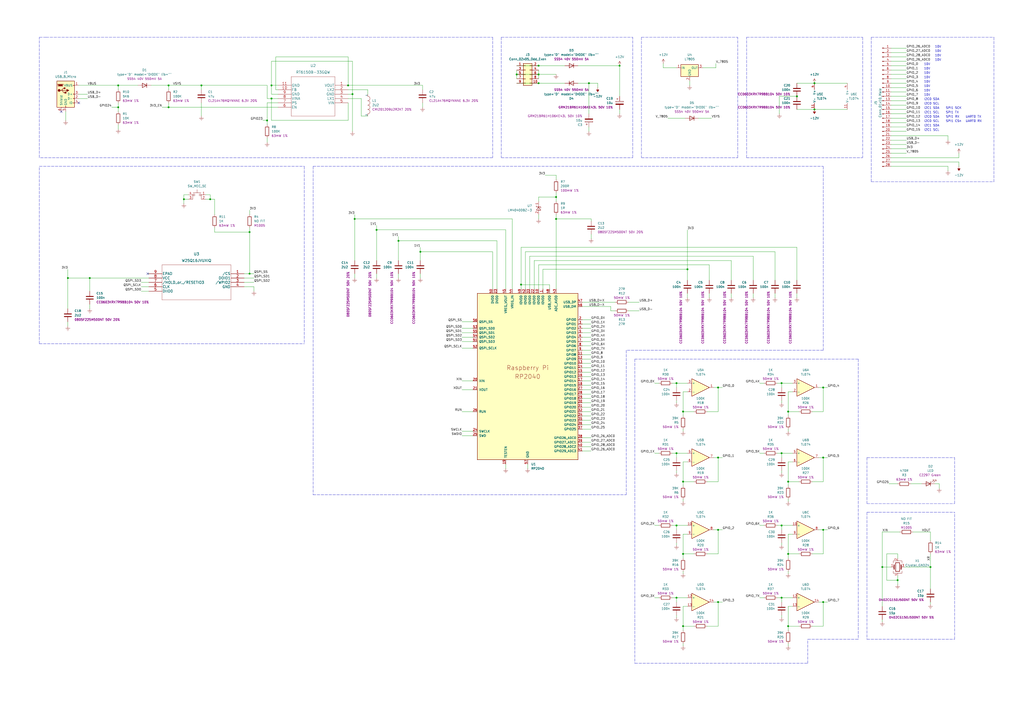
<source format=kicad_sch>
(kicad_sch (version 20211123) (generator eeschema)
  (paper "A2")
  (junction (at 302.26 165.1))
  (junction (at 97.79 49.53))
  (junction (at 144.78 158.75))
  (junction (at 52.07 161.29))
  (junction (at 477.52 265.43))
  (junction (at 201.93 49.53))
  (junction (at 416.56 224.79))
  (junction (at 68.58 62.23))
  (junction (at 539.75 328.93))
  (junction (at 416.56 265.43))
  (junction (at 453.39 304.8))
  (junction (at 121.92 115.57))
  (junction (at 472.44 48.26))
  (junction (at 299.72 43.18))
  (junction (at 205.74 127))
  (junction (at 396.24 321.31))
  (junction (at 396.24 363.22))
  (junction (at 204.47 54.61))
  (junction (at 453.39 346.71))
  (junction (at 39.37 161.29))
  (junction (at 457.2 363.22))
  (junction (at 396.24 238.76))
  (junction (at 243.84 146.05))
  (junction (at 322.58 114.3))
  (junction (at 477.52 307.34))
  (junction (at 398.78 156.21))
  (junction (at 312.42 43.18))
  (junction (at 472.44 63.5))
  (junction (at 520.7 336.55))
  (junction (at 341.63 48.26))
  (junction (at 97.79 62.23))
  (junction (at 477.52 349.25))
  (junction (at 457.2 238.76))
  (junction (at 396.24 279.4))
  (junction (at 231.14 139.7))
  (junction (at 392.43 304.8))
  (junction (at 154.94 69.85))
  (junction (at 392.43 222.25))
  (junction (at 416.56 349.25))
  (junction (at 312.42 48.26))
  (junction (at 116.84 49.53))
  (junction (at 322.58 127))
  (junction (at 157.48 49.53))
  (junction (at 157.48 57.15))
  (junction (at 453.39 222.25))
  (junction (at 392.43 346.71))
  (junction (at 144.78 134.62))
  (junction (at 511.81 328.93))
  (junction (at 416.56 307.34))
  (junction (at 453.39 262.89))
  (junction (at 68.58 49.53))
  (junction (at 457.2 279.4))
  (junction (at 106.68 115.57))
  (junction (at 477.52 224.79))
  (junction (at 359.41 38.1))
  (junction (at 462.28 55.88))
  (junction (at 312.42 38.1))
  (junction (at 392.43 262.89))
  (junction (at 218.44 133.35))
  (junction (at 457.2 321.31))
  (no_connect (at 35.56 64.77))
  (no_connect (at 85.725 158.75))
  (no_connect (at 45.72 59.69))
  (wire (pts (xy 205.74 127) (xy 297.18 127)))
  (wire (pts (xy 213.36 54.61) (xy 213.36 52.07)))
  (wire (pts (xy 337.82 220.98) (xy 342.9 220.98)))
  (polyline (pts (xy 22.86 199.39) (xy 176.53 199.39)))
  (wire (pts (xy 516.89 66.04) (xy 525.78 66.04)))
  (polyline (pts (xy 285.75 21.59) (xy 285.75 91.44)))
  (wire (pts (xy 106.68 113.03) (xy 106.68 115.57)))
  (wire (pts (xy 453.39 304.8) (xy 459.74 304.8)))
  (wire (pts (xy 396.24 238.76) (xy 396.24 241.3)))
  (wire (pts (xy 267.97 252.73) (xy 274.32 252.73)))
  (wire (pts (xy 147.32 166.37) (xy 141.605 166.37)))
  (wire (pts (xy 312.42 114.3) (xy 312.42 116.84)))
  (wire (pts (xy 392.43 222.25) (xy 389.89 222.25)))
  (wire (pts (xy 453.39 222.25) (xy 450.85 222.25)))
  (wire (pts (xy 453.39 307.34) (xy 453.39 304.8)))
  (polyline (pts (xy 372.11 91.44) (xy 427.99 91.44)))
  (wire (pts (xy 205.74 127) (xy 205.74 151.13)))
  (polyline (pts (xy 22.86 96.52) (xy 176.53 96.52)))
  (wire (pts (xy 267.97 238.76) (xy 274.32 238.76)))
  (wire (pts (xy 299.72 38.1) (xy 312.42 38.1)))
  (wire (pts (xy 267.97 193.04) (xy 274.32 193.04)))
  (wire (pts (xy 405.13 68.58) (xy 412.75 68.58)))
  (polyline (pts (xy 500.38 21.59) (xy 500.38 91.44)))
  (wire (pts (xy 302.26 143.51) (xy 302.26 165.1)))
  (wire (pts (xy 416.56 307.34) (xy 419.1 307.34)))
  (wire (pts (xy 314.96 167.64) (xy 314.96 156.21)))
  (polyline (pts (xy 181.61 287.02) (xy 363.22 287.02)))
  (wire (pts (xy 457.2 309.88) (xy 459.74 309.88)))
  (wire (pts (xy 52.07 161.29) (xy 86.36 161.29)))
  (wire (pts (xy 396.24 363.22) (xy 396.24 351.79)))
  (wire (pts (xy 477.52 349.25) (xy 480.06 349.25)))
  (wire (pts (xy 337.82 190.5) (xy 342.9 190.5)))
  (wire (pts (xy 402.59 363.22) (xy 396.24 363.22)))
  (wire (pts (xy 396.24 227.33) (xy 398.78 227.33)))
  (wire (pts (xy 121.92 115.57) (xy 119.38 115.57)))
  (wire (pts (xy 471.17 279.4) (xy 477.52 279.4)))
  (wire (pts (xy 346.71 50.8) (xy 346.71 48.26)))
  (wire (pts (xy 337.82 185.42) (xy 342.9 185.42)))
  (wire (pts (xy 267.97 201.93) (xy 274.32 201.93)))
  (wire (pts (xy 341.63 66.04) (xy 341.63 48.26)))
  (wire (pts (xy 309.88 151.13) (xy 309.88 167.64)))
  (wire (pts (xy 516.89 50.8) (xy 525.78 50.8)))
  (wire (pts (xy 218.44 133.35) (xy 293.37 133.35)))
  (wire (pts (xy 341.63 76.2) (xy 341.63 73.66)))
  (wire (pts (xy 477.52 321.31) (xy 477.52 307.34)))
  (polyline (pts (xy 468.63 370.84) (xy 497.84 370.84)))
  (wire (pts (xy 342.9 135.89) (xy 342.9 138.43)))
  (wire (pts (xy 516.89 81.28) (xy 525.78 81.28)))
  (wire (pts (xy 392.43 222.25) (xy 398.78 222.25)))
  (wire (pts (xy 161.29 54.61) (xy 157.48 54.61)))
  (wire (pts (xy 392.43 265.43) (xy 392.43 262.89)))
  (polyline (pts (xy 181.61 96.52) (xy 477.52 96.52)))
  (wire (pts (xy 516.89 30.48) (xy 525.78 30.48)))
  (wire (pts (xy 411.48 153.67) (xy 411.48 162.56)))
  (wire (pts (xy 471.17 321.31) (xy 477.52 321.31)))
  (wire (pts (xy 392.43 304.8) (xy 389.89 304.8)))
  (wire (pts (xy 337.82 238.76) (xy 342.9 238.76)))
  (wire (pts (xy 141.605 161.29) (xy 147.32 161.29)))
  (wire (pts (xy 141.605 163.83) (xy 147.32 163.83)))
  (polyline (pts (xy 22.86 21.59) (xy 26.67 21.59)))
  (polyline (pts (xy 372.11 21.59) (xy 372.11 91.44)))
  (wire (pts (xy 68.58 52.07) (xy 68.58 49.53)))
  (wire (pts (xy 231.14 139.7) (xy 231.14 151.13)))
  (wire (pts (xy 477.52 265.43) (xy 474.98 265.43)))
  (wire (pts (xy 392.43 273.05) (xy 392.43 274.32)))
  (wire (pts (xy 157.48 57.15) (xy 154.94 57.15)))
  (wire (pts (xy 312.42 153.67) (xy 411.48 153.67)))
  (wire (pts (xy 337.82 228.6) (xy 342.9 228.6)))
  (wire (pts (xy 68.58 59.69) (xy 68.58 62.23)))
  (wire (pts (xy 322.58 43.18) (xy 312.42 43.18)))
  (wire (pts (xy 154.94 69.85) (xy 154.94 59.69)))
  (wire (pts (xy 457.2 238.76) (xy 457.2 227.33)))
  (wire (pts (xy 121.92 113.03) (xy 121.92 115.57)))
  (wire (pts (xy 520.7 321.31) (xy 514.35 321.31)))
  (wire (pts (xy 68.58 62.23) (xy 68.58 64.77)))
  (wire (pts (xy 379.73 346.71) (xy 382.27 346.71)))
  (wire (pts (xy 322.58 114.3) (xy 322.58 116.84)))
  (wire (pts (xy 462.28 63.5) (xy 472.44 63.5)))
  (wire (pts (xy 516.89 88.9) (xy 525.78 88.9)))
  (wire (pts (xy 453.39 349.25) (xy 453.39 346.71)))
  (wire (pts (xy 520.7 323.85) (xy 520.7 321.31)))
  (wire (pts (xy 392.43 262.89) (xy 389.89 262.89)))
  (wire (pts (xy 160.02 33.02) (xy 160.02 52.07)))
  (wire (pts (xy 201.93 33.02) (xy 201.93 49.53)))
  (wire (pts (xy 231.14 161.29) (xy 231.14 158.75)))
  (wire (pts (xy 201.93 49.53) (xy 245.11 49.53)))
  (wire (pts (xy 416.56 307.34) (xy 414.02 307.34)))
  (wire (pts (xy 359.41 38.1) (xy 359.41 55.88)))
  (wire (pts (xy 392.43 304.8) (xy 398.78 304.8)))
  (wire (pts (xy 392.43 346.71) (xy 389.89 346.71)))
  (wire (pts (xy 516.89 93.98) (xy 556.26 93.98)))
  (wire (pts (xy 116.84 59.69) (xy 116.84 67.31)))
  (wire (pts (xy 392.43 224.79) (xy 392.43 222.25)))
  (wire (pts (xy 520.7 339.09) (xy 520.7 336.55)))
  (wire (pts (xy 410.21 321.31) (xy 416.56 321.31)))
  (wire (pts (xy 440.69 346.71) (xy 443.23 346.71)))
  (wire (pts (xy 457.2 351.79) (xy 459.74 351.79)))
  (wire (pts (xy 302.26 165.1) (xy 318.77 165.1)))
  (wire (pts (xy 511.81 360.68) (xy 511.81 359.41)))
  (wire (pts (xy 157.48 69.85) (xy 201.93 69.85)))
  (wire (pts (xy 453.39 224.79) (xy 453.39 222.25)))
  (wire (pts (xy 449.58 146.05) (xy 304.8 146.05)))
  (wire (pts (xy 549.91 99.06) (xy 549.91 96.52)))
  (wire (pts (xy 387.35 68.58) (xy 397.51 68.58)))
  (wire (pts (xy 201.93 54.61) (xy 204.47 54.61)))
  (wire (pts (xy 342.9 128.27) (xy 342.9 127)))
  (wire (pts (xy 364.49 180.34) (xy 370.84 180.34)))
  (polyline (pts (xy 368.3 384.81) (xy 468.63 384.81)))
  (wire (pts (xy 307.34 167.64) (xy 307.34 148.59)))
  (wire (pts (xy 463.55 279.4) (xy 457.2 279.4)))
  (wire (pts (xy 209.55 67.31) (xy 213.36 67.31)))
  (wire (pts (xy 516.89 43.18) (xy 525.78 43.18)))
  (wire (pts (xy 157.48 35.56) (xy 204.47 35.56)))
  (wire (pts (xy 424.18 151.13) (xy 309.88 151.13)))
  (polyline (pts (xy 502.92 297.18) (xy 502.92 370.84)))
  (wire (pts (xy 81.915 168.91) (xy 86.36 168.91)))
  (wire (pts (xy 516.89 60.96) (xy 525.78 60.96)))
  (wire (pts (xy 341.63 48.26) (xy 335.28 48.26)))
  (wire (pts (xy 307.34 148.59) (xy 436.88 148.59)))
  (wire (pts (xy 457.2 250.19) (xy 457.2 248.92)))
  (polyline (pts (xy 368.3 208.28) (xy 368.3 384.81)))
  (polyline (pts (xy 477.52 96.52) (xy 477.52 203.2)))
  (wire (pts (xy 516.89 328.93) (xy 511.81 328.93)))
  (wire (pts (xy 392.43 233.68) (xy 392.43 232.41)))
  (wire (pts (xy 147.32 168.91) (xy 147.32 166.37)))
  (wire (pts (xy 337.82 233.68) (xy 342.9 233.68)))
  (wire (pts (xy 267.97 220.98) (xy 274.32 220.98)))
  (wire (pts (xy 440.69 222.25) (xy 443.23 222.25)))
  (wire (pts (xy 516.89 53.34) (xy 525.78 53.34)))
  (wire (pts (xy 45.72 49.53) (xy 68.58 49.53)))
  (wire (pts (xy 218.44 133.35) (xy 218.44 151.13)))
  (wire (pts (xy 337.82 246.38) (xy 342.9 246.38)))
  (wire (pts (xy 396.24 238.76) (xy 396.24 227.33)))
  (wire (pts (xy 285.75 146.05) (xy 243.84 146.05)))
  (wire (pts (xy 463.55 321.31) (xy 457.2 321.31)))
  (wire (pts (xy 205.74 158.75) (xy 205.74 161.29)))
  (wire (pts (xy 516.89 76.2) (xy 525.78 76.2)))
  (wire (pts (xy 477.52 349.25) (xy 474.98 349.25)))
  (wire (pts (xy 457.2 363.22) (xy 457.2 365.76)))
  (wire (pts (xy 354.33 177.8) (xy 354.33 180.34)))
  (wire (pts (xy 299.72 43.18) (xy 312.42 43.18)))
  (wire (pts (xy 457.2 238.76) (xy 457.2 241.3)))
  (wire (pts (xy 154.94 49.53) (xy 154.94 57.15)))
  (wire (pts (xy 544.83 280.67) (xy 542.29 280.67)))
  (wire (pts (xy 93.98 62.23) (xy 97.79 62.23)))
  (wire (pts (xy 231.14 139.7) (xy 288.29 139.7)))
  (polyline (pts (xy 497.84 208.28) (xy 368.3 208.28)))
  (polyline (pts (xy 427.99 91.44) (xy 427.99 21.59)))
  (wire (pts (xy 337.82 226.06) (xy 342.9 226.06)))
  (wire (pts (xy 337.82 203.2) (xy 342.9 203.2)))
  (wire (pts (xy 453.39 346.71) (xy 459.74 346.71)))
  (polyline (pts (xy 176.53 96.52) (xy 176.53 199.39)))
  (wire (pts (xy 516.89 55.88) (xy 525.78 55.88)))
  (wire (pts (xy 477.52 224.79) (xy 480.06 224.79)))
  (wire (pts (xy 453.39 273.05) (xy 453.39 274.32)))
  (polyline (pts (xy 468.63 384.81) (xy 468.63 370.84)))
  (wire (pts (xy 97.79 62.23) (xy 97.79 59.69)))
  (wire (pts (xy 463.55 238.76) (xy 457.2 238.76)))
  (wire (pts (xy 463.55 363.22) (xy 457.2 363.22)))
  (polyline (pts (xy 22.86 91.44) (xy 22.86 21.59)))
  (wire (pts (xy 379.73 222.25) (xy 382.27 222.25)))
  (polyline (pts (xy 433.07 91.44) (xy 500.38 91.44)))
  (wire (pts (xy 68.58 49.53) (xy 80.01 49.53)))
  (wire (pts (xy 511.81 308.61) (xy 521.97 308.61)))
  (wire (pts (xy 81.915 166.37) (xy 86.36 166.37)))
  (wire (pts (xy 39.37 186.69) (xy 39.37 189.23)))
  (wire (pts (xy 124.46 134.62) (xy 124.46 132.08)))
  (wire (pts (xy 556.26 88.9) (xy 556.26 91.44)))
  (wire (pts (xy 39.37 161.29) (xy 52.07 161.29)))
  (wire (pts (xy 68.58 62.23) (xy 64.77 62.23)))
  (polyline (pts (xy 22.86 199.39) (xy 22.86 96.52)))
  (wire (pts (xy 453.39 262.89) (xy 450.85 262.89)))
  (wire (pts (xy 144.78 134.62) (xy 124.46 134.62)))
  (wire (pts (xy 154.94 59.69) (xy 161.29 59.69)))
  (wire (pts (xy 154.94 80.01) (xy 154.94 82.55)))
  (wire (pts (xy 457.2 374.65) (xy 457.2 373.38)))
  (polyline (pts (xy 502.92 297.18) (xy 553.72 297.18)))
  (wire (pts (xy 144.78 134.62) (xy 144.78 158.75)))
  (wire (pts (xy 462.28 172.72) (xy 462.28 170.18)))
  (wire (pts (xy 354.33 180.34) (xy 356.87 180.34)))
  (wire (pts (xy 337.82 213.36) (xy 342.9 213.36)))
  (wire (pts (xy 544.83 283.21) (xy 544.83 280.67)))
  (wire (pts (xy 424.18 162.56) (xy 424.18 151.13)))
  (wire (pts (xy 416.56 238.76) (xy 416.56 224.79)))
  (wire (pts (xy 243.84 143.51) (xy 243.84 146.05)))
  (polyline (pts (xy 505.46 21.59) (xy 576.58 21.59)))
  (wire (pts (xy 477.52 279.4) (xy 477.52 265.43)))
  (wire (pts (xy 312.42 167.64) (xy 312.42 153.67)))
  (polyline (pts (xy 505.46 105.41) (xy 576.58 105.41)))
  (wire (pts (xy 218.44 130.81) (xy 218.44 133.35)))
  (wire (pts (xy 516.89 48.26) (xy 525.78 48.26)))
  (wire (pts (xy 440.69 262.89) (xy 443.23 262.89)))
  (wire (pts (xy 453.39 314.96) (xy 453.39 316.23)))
  (wire (pts (xy 472.44 48.26) (xy 491.49 48.26)))
  (wire (pts (xy 416.56 349.25) (xy 419.1 349.25)))
  (wire (pts (xy 116.84 49.53) (xy 116.84 52.07)))
  (wire (pts (xy 384.81 39.37) (xy 392.43 39.37)))
  (wire (pts (xy 157.48 49.53) (xy 161.29 49.53)))
  (wire (pts (xy 213.36 52.07) (xy 201.93 52.07)))
  (wire (pts (xy 337.82 261.62) (xy 342.9 261.62)))
  (wire (pts (xy 452.12 66.04) (xy 452.12 55.88)))
  (wire (pts (xy 392.43 356.87) (xy 392.43 358.14)))
  (wire (pts (xy 556.26 96.52) (xy 556.26 93.98)))
  (wire (pts (xy 154.94 69.85) (xy 154.94 72.39)))
  (wire (pts (xy 457.2 267.97) (xy 459.74 267.97)))
  (wire (pts (xy 379.73 304.8) (xy 382.27 304.8)))
  (wire (pts (xy 392.43 307.34) (xy 392.43 304.8)))
  (wire (pts (xy 337.82 215.9) (xy 342.9 215.9)))
  (wire (pts (xy 337.82 236.22) (xy 342.9 236.22)))
  (wire (pts (xy 144.78 121.92) (xy 144.78 124.46)))
  (wire (pts (xy 398.78 172.72) (xy 398.78 170.18)))
  (polyline (pts (xy 502.92 370.84) (xy 553.72 370.84)))
  (wire (pts (xy 440.69 304.8) (xy 443.23 304.8)))
  (wire (pts (xy 516.89 68.58) (xy 525.78 68.58)))
  (wire (pts (xy 396.24 290.83) (xy 396.24 289.56)))
  (wire (pts (xy 45.72 57.15) (xy 50.8 57.15)))
  (wire (pts (xy 396.24 363.22) (xy 396.24 365.76)))
  (wire (pts (xy 314.96 156.21) (xy 398.78 156.21)))
  (wire (pts (xy 337.82 195.58) (xy 342.9 195.58)))
  (wire (pts (xy 410.21 279.4) (xy 416.56 279.4)))
  (wire (pts (xy 516.89 63.5) (xy 525.78 63.5)))
  (wire (pts (xy 539.75 350.52) (xy 539.75 349.25)))
  (wire (pts (xy 457.2 363.22) (xy 457.2 351.79)))
  (wire (pts (xy 337.82 243.84) (xy 342.9 243.84)))
  (wire (pts (xy 124.46 115.57) (xy 121.92 115.57)))
  (polyline (pts (xy 497.84 208.28) (xy 497.84 370.84)))
  (wire (pts (xy 402.59 321.31) (xy 396.24 321.31)))
  (wire (pts (xy 416.56 349.25) (xy 414.02 349.25)))
  (wire (pts (xy 68.58 72.39) (xy 68.58 74.93)))
  (wire (pts (xy 416.56 279.4) (xy 416.56 265.43)))
  (wire (pts (xy 539.75 328.93) (xy 539.75 321.31)))
  (wire (pts (xy 520.7 334.01) (xy 520.7 336.55)))
  (wire (pts (xy 337.82 241.3) (xy 342.9 241.3)))
  (wire (pts (xy 524.51 328.93) (xy 539.75 328.93)))
  (wire (pts (xy 106.68 115.57) (xy 109.22 115.57)))
  (polyline (pts (xy 290.83 21.59) (xy 290.83 91.44)))
  (wire (pts (xy 516.89 73.66) (xy 525.78 73.66)))
  (wire (pts (xy 416.56 265.43) (xy 419.1 265.43)))
  (wire (pts (xy 38.1 64.77) (xy 38.1 69.85)))
  (polyline (pts (xy 290.83 21.59) (xy 367.03 21.59)))
  (wire (pts (xy 337.82 193.04) (xy 342.9 193.04)))
  (wire (pts (xy 119.38 113.03) (xy 121.92 113.03)))
  (wire (pts (xy 288.29 139.7) (xy 288.29 167.64)))
  (polyline (pts (xy 553.72 292.1) (xy 553.72 265.43)))
  (polyline (pts (xy 181.61 96.52) (xy 181.61 287.02)))
  (wire (pts (xy 453.39 356.87) (xy 453.39 358.14)))
  (wire (pts (xy 144.78 132.08) (xy 144.78 134.62)))
  (wire (pts (xy 312.42 124.46) (xy 312.42 127)))
  (wire (pts (xy 312.42 38.1) (xy 327.66 38.1)))
  (wire (pts (xy 539.75 313.69) (xy 539.75 308.61)))
  (wire (pts (xy 39.37 156.21) (xy 39.37 161.29)))
  (wire (pts (xy 312.42 40.64) (xy 312.42 43.18)))
  (wire (pts (xy 337.82 205.74) (xy 342.9 205.74)))
  (wire (pts (xy 312.42 43.18) (xy 312.42 45.72)))
  (wire (pts (xy 384.81 36.83) (xy 384.81 39.37)))
  (wire (pts (xy 516.89 40.64) (xy 525.78 40.64)))
  (wire (pts (xy 337.82 187.96) (xy 342.9 187.96)))
  (wire (pts (xy 516.89 33.02) (xy 525.78 33.02)))
  (wire (pts (xy 477.52 363.22) (xy 477.52 349.25)))
  (wire (pts (xy 392.43 314.96) (xy 392.43 316.23)))
  (wire (pts (xy 160.02 33.02) (xy 201.93 33.02)))
  (wire (pts (xy 410.21 238.76) (xy 416.56 238.76)))
  (polyline (pts (xy 26.67 21.59) (xy 285.75 21.59)))
  (wire (pts (xy 337.82 177.8) (xy 354.33 177.8)))
  (wire (pts (xy 457.2 332.74) (xy 457.2 331.47)))
  (polyline (pts (xy 433.07 91.44) (xy 433.07 21.59)))
  (wire (pts (xy 205.74 124.46) (xy 205.74 127)))
  (wire (pts (xy 462.28 48.26) (xy 472.44 48.26)))
  (wire (pts (xy 267.97 190.5) (xy 274.32 190.5)))
  (wire (pts (xy 322.58 101.6) (xy 322.58 104.14)))
  (wire (pts (xy 312.42 48.26) (xy 327.66 48.26)))
  (polyline (pts (xy 363.22 203.2) (xy 363.22 287.02)))
  (wire (pts (xy 477.52 238.76) (xy 477.52 224.79)))
  (wire (pts (xy 267.97 186.69) (xy 274.32 186.69)))
  (wire (pts (xy 539.75 308.61) (xy 529.59 308.61)))
  (wire (pts (xy 516.89 71.12) (xy 525.78 71.12)))
  (polyline (pts (xy 576.58 21.59) (xy 576.58 105.41)))
  (wire (pts (xy 457.2 290.83) (xy 457.2 289.56)))
  (wire (pts (xy 436.88 148.59) (xy 436.88 162.56)))
  (wire (pts (xy 299.72 40.64) (xy 299.72 43.18)))
  (polyline (pts (xy 502.92 292.1) (xy 553.72 292.1)))
  (wire (pts (xy 415.29 36.83) (xy 415.29 39.37)))
  (wire (pts (xy 318.77 165.1) (xy 318.77 167.64)))
  (wire (pts (xy 144.78 158.75) (xy 147.32 158.75)))
  (wire (pts (xy 201.93 69.85) (xy 201.93 59.69)))
  (wire (pts (xy 449.58 162.56) (xy 449.58 146.05)))
  (wire (pts (xy 398.78 133.35) (xy 398.78 156.21)))
  (wire (pts (xy 477.52 224.79) (xy 474.98 224.79)))
  (wire (pts (xy 471.17 238.76) (xy 477.52 238.76)))
  (polyline (pts (xy 290.83 91.44) (xy 367.03 91.44)))
  (wire (pts (xy 52.07 161.29) (xy 52.07 168.91)))
  (wire (pts (xy 302.26 167.64) (xy 302.26 165.1)))
  (polyline (pts (xy 433.07 21.59) (xy 500.38 21.59)))
  (wire (pts (xy 342.9 127) (xy 322.58 127)))
  (polyline (pts (xy 505.46 105.41) (xy 505.46 21.59)))
  (wire (pts (xy 85.725 158.75) (xy 86.36 158.75)))
  (wire (pts (xy 549.91 96.52) (xy 516.89 96.52)))
  (wire (pts (xy 359.41 66.04) (xy 359.41 63.5)))
  (wire (pts (xy 231.14 137.16) (xy 231.14 139.7)))
  (wire (pts (xy 396.24 267.97) (xy 398.78 267.97)))
  (wire (pts (xy 396.24 321.31) (xy 396.24 323.85)))
  (wire (pts (xy 511.81 328.93) (xy 511.81 351.79)))
  (wire (pts (xy 396.24 309.88) (xy 398.78 309.88)))
  (wire (pts (xy 516.89 35.56) (xy 525.78 35.56)))
  (wire (pts (xy 337.82 256.54) (xy 342.9 256.54)))
  (wire (pts (xy 453.39 346.71) (xy 450.85 346.71)))
  (wire (pts (xy 106.68 118.11) (xy 106.68 115.57)))
  (wire (pts (xy 516.89 83.82) (xy 525.78 83.82)))
  (polyline (pts (xy 372.11 21.59) (xy 427.99 21.59)))
  (wire (pts (xy 457.2 279.4) (xy 457.2 267.97)))
  (wire (pts (xy 402.59 279.4) (xy 396.24 279.4)))
  (wire (pts (xy 81.915 163.83) (xy 86.36 163.83)))
  (wire (pts (xy 453.39 222.25) (xy 459.74 222.25)))
  (wire (pts (xy 457.2 321.31) (xy 457.2 309.88)))
  (wire (pts (xy 516.89 45.72) (xy 525.78 45.72)))
  (wire (pts (xy 471.17 363.22) (xy 477.52 363.22)))
  (wire (pts (xy 416.56 224.79) (xy 419.1 224.79)))
  (wire (pts (xy 396.24 279.4) (xy 396.24 267.97)))
  (wire (pts (xy 549.91 81.28) (xy 549.91 78.74)))
  (wire (pts (xy 285.75 167.64) (xy 285.75 146.05)))
  (wire (pts (xy 209.55 57.15) (xy 209.55 67.31)))
  (wire (pts (xy 141.605 158.75) (xy 144.78 158.75)))
  (wire (pts (xy 392.43 262.89) (xy 398.78 262.89)))
  (wire (pts (xy 436.88 172.72) (xy 436.88 170.18)))
  (wire (pts (xy 511.81 328.93) (xy 511.81 308.61)))
  (wire (pts (xy 415.29 39.37) (xy 407.67 39.37)))
  (wire (pts (xy 160.02 52.07) (xy 161.29 52.07)))
  (wire (pts (xy 462.28 162.56) (xy 462.28 143.51)))
  (wire (pts (xy 243.84 161.29) (xy 243.84 158.75)))
  (wire (pts (xy 449.58 172.72) (xy 449.58 170.18)))
  (wire (pts (xy 477.52 307.34) (xy 480.06 307.34)))
  (wire (pts (xy 201.93 57.15) (xy 209.55 57.15)))
  (wire (pts (xy 267.97 198.12) (xy 274.32 198.12)))
  (polyline (pts (xy 502.92 265.43) (xy 502.92 292.1)))
  (wire (pts (xy 337.82 231.14) (xy 342.9 231.14)))
  (wire (pts (xy 337.82 175.26) (xy 356.87 175.26)))
  (wire (pts (xy 267.97 195.58) (xy 274.32 195.58)))
  (polyline (pts (xy 367.03 91.44) (xy 367.03 21.59)))
  (wire (pts (xy 299.72 48.26) (xy 312.42 48.26)))
  (wire (pts (xy 472.44 63.5) (xy 491.49 63.5)))
  (wire (pts (xy 161.29 57.15) (xy 157.48 57.15)))
  (wire (pts (xy 514.35 321.31) (xy 514.35 336.55)))
  (wire (pts (xy 109.22 113.03) (xy 106.68 113.03)))
  (wire (pts (xy 299.72 43.18) (xy 299.72 45.72)))
  (wire (pts (xy 364.49 175.26) (xy 370.84 175.26)))
  (wire (pts (xy 267.97 226.06) (xy 274.32 226.06)))
  (polyline (pts (xy 477.52 203.2) (xy 363.22 203.2)))
  (wire (pts (xy 152.4 69.85) (xy 154.94 69.85)))
  (wire (pts (xy 337.82 223.52) (xy 342.9 223.52)))
  (wire (pts (xy 337.82 259.08) (xy 342.9 259.08)))
  (wire (pts (xy 396.24 351.79) (xy 398.78 351.79)))
  (wire (pts (xy 97.79 52.07) (xy 97.79 49.53)))
  (wire (pts (xy 457.2 227.33) (xy 459.74 227.33)))
  (wire (pts (xy 453.39 232.41) (xy 453.39 233.68)))
  (wire (pts (xy 97.79 62.23) (xy 161.29 62.23)))
  (wire (pts (xy 116.84 49.53) (xy 154.94 49.53)))
  (wire (pts (xy 457.2 279.4) (xy 457.2 281.94)))
  (wire (pts (xy 462.28 143.51) (xy 302.26 143.51)))
  (polyline (pts (xy 502.92 265.43) (xy 553.72 265.43)))
  (wire (pts (xy 514.35 336.55) (xy 520.7 336.55)))
  (wire (pts (xy 304.8 146.05) (xy 304.8 167.64)))
  (wire (pts (xy 45.72 54.61) (xy 50.8 54.61)))
  (wire (pts (xy 400.05 46.99) (xy 400.05 49.53)))
  (wire (pts (xy 39.37 179.07) (xy 39.37 161.29)))
  (wire (pts (xy 337.82 198.12) (xy 342.9 198.12)))
  (wire (pts (xy 516.89 91.44) (xy 556.26 91.44)))
  (wire (pts (xy 335.28 38.1) (xy 359.41 38.1)))
  (polyline (pts (xy 285.75 91.44) (xy 22.86 91.44)))
  (wire (pts (xy 396.24 332.74) (xy 396.24 331.47)))
  (wire (pts (xy 204.47 54.61) (xy 204.47 76.2)))
  (wire (pts (xy 516.89 86.36) (xy 525.78 86.36)))
  (wire (pts (xy 97.79 49.53) (xy 116.84 49.53)))
  (polyline (pts (xy 553.72 370.84) (xy 553.72 297.18)))
  (wire (pts (xy 337.82 218.44) (xy 342.9 218.44)))
  (wire (pts (xy 392.43 346.71) (xy 398.78 346.71)))
  (wire (pts (xy 396.24 250.19) (xy 396.24 248.92)))
  (wire (pts (xy 416.56 363.22) (xy 416.56 349.25)))
  (wire (pts (xy 52.07 176.53) (xy 52.07 179.07)))
  (wire (pts (xy 411.48 172.72) (xy 411.48 170.18)))
  (wire (pts (xy 453.39 262.89) (xy 459.74 262.89)))
  (wire (pts (xy 346.71 48.26) (xy 341.63 48.26)))
  (wire (pts (xy 267.97 250.19) (xy 274.32 250.19)))
  (wire (pts (xy 477.52 265.43) (xy 480.06 265.43)))
  (wire (pts (xy 416.56 321.31) (xy 416.56 307.34)))
  (wire (pts (xy 306.07 271.78) (xy 306.07 269.24)))
  (wire (pts (xy 477.52 307.34) (xy 474.98 307.34)))
  (wire (pts (xy 396.24 279.4) (xy 396.24 281.94)))
  (wire (pts (xy 297.18 127) (xy 297.18 167.64)))
  (wire (pts (xy 416.56 224.79) (xy 414.02 224.79)))
  (wire (pts (xy 457.2 321.31) (xy 457.2 323.85)))
  (wire (pts (xy 322.58 124.46) (xy 322.58 127)))
  (wire (pts (xy 453.39 265.43) (xy 453.39 262.89)))
  (wire (pts (xy 410.21 363.22) (xy 416.56 363.22)))
  (wire (pts (xy 396.24 321.31) (xy 396.24 309.88)))
  (wire (pts (xy 515.62 280.67) (xy 520.7 280.67)))
  (wire (pts (xy 243.84 146.05) (xy 243.84 151.13)))
  (wire (pts (xy 322.58 127) (xy 322.58 167.64)))
  (wire (pts (xy 337.82 254) (xy 342.9 254)))
  (wire (pts (xy 402.59 238.76) (xy 396.24 238.76)))
  (wire (pts (xy 245.11 49.53) (xy 245.11 52.07)))
  (wire (pts (xy 218.44 158.75) (xy 218.44 161.29)))
  (wire (pts (xy 322.58 111.76) (xy 322.58 114.3)))
  (wire (pts (xy 337.82 210.82) (xy 342.9 210.82)))
  (wire (pts (xy 516.89 58.42) (xy 525.78 58.42)))
  (wire (pts (xy 416.56 265.43) (xy 414.02 265.43)))
  (wire (pts (xy 293.37 133.35) (xy 293.37 167.64)))
  (wire (pts (xy 516.89 27.94) (xy 525.78 27.94)))
  (wire (pts (xy 396.24 374.65) (xy 396.24 373.38)))
  (wire (pts (xy 528.32 280.67) (xy 534.67 280.67)))
  (wire (pts (xy 124.46 124.46) (xy 124.46 115.57)))
  (wire (pts (xy 398.78 156.21) (xy 398.78 162.56)))
  (wire (pts (xy 337.82 200.66) (xy 342.9 200.66)))
  (wire (pts (xy 392.43 349.25) (xy 392.43 346.71)))
  (wire (pts (xy 97.79 49.53) (xy 87.63 49.53)))
  (wire (pts (xy 204.47 35.56) (xy 204.47 54.61)))
  (wire (pts (xy 516.89 38.1) (xy 525.78 38.1)))
  (wire (pts (xy 453.39 304.8) (xy 450.85 304.8)))
  (wire (pts (xy 245.11 59.69) (xy 245.11 62.23)))
  (wire (pts (xy 293.37 271.78) (xy 293.37 269.24)))
  (wire (pts (xy 379.73 262.89) (xy 382.27 262.89)))
  (wire (pts (xy 316.23 101.6) (xy 322.58 101.6)))
  (wire (pts (xy 312.42 114.3) (xy 322.58 114.3)))
  (wire (pts (xy 424.18 172.72) (xy 424.18 170.18)))
  (wire (pts (xy 452.12 55.88) (xy 462.28 55.88)))
  (wire (pts (xy 157.48 49.53) (xy 157.48 54.61)))
  (wire (pts (xy 157.48 35.56) (xy 157.48 49.53)))
  (wire (pts (xy 539.75 341.63) (xy 539.75 328.93)))
  (wire (pts (xy 337.82 248.92) (xy 342.9 248.92)))
  (wire (pts (xy 337.82 208.28) (xy 342.9 208.28)))
  (wire (pts (xy 549.91 78.74) (xy 516.89 78.74)))
  (wire (pts (xy 157.48 57.15) (xy 157.48 69.85)))
  (text "10V" (at 535.94 38.1 0) (effects (font (size 1.27 1.27)) (justify left bottom)))
  (text "10V" (at 542.29 33.02 0) (effects (font (size 1.27 1.27)) (justify left bottom)))
  (text "SPI1 RX" (at 548.64 68.58 0) (effects (font (size 1.27 1.27)) (justify left bottom)))
  (text "I2C0 SDA" (at 535.94 58.42 0) (effects (font (size 1.27 1.27)) (justify left bottom)))
  (text "10V" (at 535.94 50.8 0) (effects (font (size 1.27 1.27)) (justify left bottom)))
  (text "I2C1 SDA" (at 535.94 63.5 0) (effects (font (size 1.27 1.27)) (justify left bottom)))
  (text "I2C0 SDA" (at 535.94 68.58 0) (effects (font (size 1.27 1.27)) (justify left bottom)))
  (text "10V" (at 535.94 43.18 0) (effects (font (size 1.27 1.27)) (justify left bottom)))
  (text "I2C1 SCL" (at 535.94 76.2 0) (effects (font (size 1.27 1.27)) (justify left bottom)))
  (text "10V" (at 542.29 27.94 0) (effects (font (size 1.27 1.27)) (justify left bottom)))
  (text "UART0 RX" (at 560.07 71.12 0) (effects (font (size 1.27 1.27)) (justify left bottom)))
  (text "10V" (at 535.94 40.64 0) (effects (font (size 1.27 1.27)) (justify left bottom)))
  (text "SPI1 TX" (at 548.64 66.04 0) (effects (font (size 1.27 1.27)) (justify left bottom)))
  (text "I2C1 SDA" (at 535.94 73.66 0) (effects (font (size 1.27 1.27)) (justify left bottom)))
  (text "SPI1 CSn" (at 548.64 71.12 0) (effects (font (size 1.27 1.27)) (justify left bottom)))
  (text "UART0 TX" (at 560.07 68.58 0) (effects (font (size 1.27 1.27)) (justify left bottom)))
  (text "10V" (at 535.94 45.72 0) (effects (font (size 1.27 1.27)) (justify left bottom)))
  (text "I2C0 SCL" (at 535.94 71.12 0) (effects (font (size 1.27 1.27)) (justify left bottom)))
  (text "10V" (at 542.29 35.56 0) (effects (font (size 1.27 1.27)) (justify left bottom)))
  (text "I2C0 SCL" (at 535.94 60.96 0) (effects (font (size 1.27 1.27)) (justify left bottom)))
  (text "10V" (at 542.29 30.48 0) (effects (font (size 1.27 1.27)) (justify left bottom)))
  (text "10V" (at 535.94 53.34 0) (effects (font (size 1.27 1.27)) (justify left bottom)))
  (text "SPI1 SCK" (at 548.64 63.5 0) (effects (font (size 1.27 1.27)) (justify left bottom)))
  (text "10V" (at 535.94 48.26 0) (effects (font (size 1.27 1.27)) (justify left bottom)))
  (text "10V" (at 535.94 55.88 0) (effects (font (size 1.27 1.27)) (justify left bottom)))
  (text "I2C1 SCL" (at 535.94 66.04 0) (effects (font (size 1.27 1.27)) (justify left bottom)))
  (label "GPIO_14" (at 525.78 73.66 0))
  (label "3V3_EN" (at 93.98 62.23 180))
  (label "GPIO_12" (at 342.9 215.9 0))
  (label "GPIO_4" (at 525.78 48.26 0))
  (label "GPIO_26_ADC0" (at 342.9 261.62 0))
  (label "3V3" (at 316.23 101.6 180))
  (label "XOUT" (at 267.97 226.06 180))
  (label "QSPI_SS" (at 147.32 158.75 0))
  (label "GPIO_0" (at 525.78 38.1 0))
  (label "GPIO_3X" (at 342.9 193.04 0))
  (label "GPIO_0X" (at 342.9 185.42 0))
  (label "SWCLK" (at 267.97 250.19 180))
  (label "GPIO_28_ADC0" (at 525.78 33.02 0))
  (label "1V1" (at 218.44 130.81 180))
  (label "USB_D-" (at 525.78 83.82 0))
  (label "QSPI_SD1" (at 267.97 193.04 180))
  (label "3V3" (at 525.78 86.36 0))
  (label "GPIO_4X" (at 440.69 222.25 180))
  (label "GPIO_8" (at 342.9 205.74 0))
  (label "GPIO_19" (at 342.9 233.68 0))
  (label "GPIO_24" (at 342.9 246.38 0))
  (label "GPIO_10" (at 342.9 210.82 0))
  (label "GPIO_0X" (at 379.73 222.25 180))
  (label "GPIO_8" (at 525.78 58.42 0))
  (label "GPIO_1X" (at 379.73 262.89 180))
  (label "GPIO_26_ADC0" (at 525.78 27.94 0))
  (label "QSPI_SD0" (at 81.915 168.91 180))
  (label "GPIO_25" (at 342.9 248.92 0))
  (label "GPIO_14" (at 342.9 220.98 0))
  (label "GPIO_7X" (at 342.9 203.2 0))
  (label "GPIO_6X" (at 342.9 200.66 0))
  (label "GPIO_11" (at 342.9 213.36 0))
  (label "GPIO_12" (at 525.78 68.58 0))
  (label "GPIO_3" (at 525.78 45.72 0))
  (label "GPIO_23" (at 342.9 243.84 0))
  (label "GPIO_22" (at 342.9 241.3 0))
  (label "3V3" (at 398.78 133.35 0))
  (label "USB_D-" (at 370.84 180.34 0))
  (label "GPIO_5" (at 525.78 50.8 0))
  (label "V_7805" (at 415.29 36.83 0))
  (label "SWDIO" (at 267.97 252.73 180))
  (label "GPIO_7" (at 525.78 55.88 0))
  (label "GPIO_27_ADC0" (at 342.9 256.54 0))
  (label "GPIO_17" (at 342.9 228.6 0))
  (label "GPIO_5X" (at 342.9 198.12 0))
  (label "GPIO_18" (at 342.9 231.14 0))
  (label "GPIO_26_ADC0" (at 525.78 35.56 0))
  (label "3V3" (at 205.74 124.46 180))
  (label "XR" (at 539.75 322.58 270))
  (label "GPIO_6X" (at 440.69 304.8 180))
  (label "GPIO_9" (at 342.9 208.28 0))
  (label "GPIO_27_ADC0" (at 525.78 30.48 0))
  (label "GPIO23" (at 152.4 69.85 180))
  (label "GPIO_26_ADC0" (at 342.9 254 0))
  (label "USB_D+X" (at 341.63 175.26 0))
  (label "GPIO_28_ADC0" (at 342.9 259.08 0))
  (label "1V1" (at 243.84 143.51 180))
  (label "3V3" (at 39.37 156.21 180))
  (label "GPIO_20" (at 342.9 236.22 0))
  (label "GPIO_4X" (at 342.9 195.58 0))
  (label "USB_D-" (at 50.8 57.15 0))
  (label "GPIO_10" (at 525.78 63.5 0))
  (label "GPIO_3X" (at 379.73 346.71 180))
  (label "GPIO_7" (at 480.06 349.25 0))
  (label "VSYS" (at 100.33 49.53 0))
  (label "GPIO_2" (at 525.78 43.18 0))
  (label "USB_D+" (at 50.8 54.61 0))
  (label "XOUT" (at 539.75 308.61 180))
  (label "QSPI_SD3" (at 267.97 198.12 180))
  (label "GPIO25" (at 515.62 280.67 180))
  (label "QSPI_SD3" (at 81.915 163.83 180))
  (label "QSPI_SCLK" (at 267.97 201.93 180))
  (label "QSPI_SS" (at 267.97 186.69 180))
  (label "XIN" (at 511.81 308.61 0))
  (label "3V3" (at 144.78 121.92 0))
  (label "GPIO_6" (at 525.78 53.34 0))
  (label "GPIO_1" (at 525.78 40.64 0))
  (label "GPIO_3" (at 419.1 349.25 0))
  (label "RUN" (at 267.97 238.76 180))
  (label "V_7805" (at 525.78 88.9 0))
  (label "GPIO_7X" (at 440.69 346.71 180))
  (label "GPIO_2X" (at 342.9 190.5 0))
  (label "XIN" (at 267.97 220.98 180))
  (label "QSPI_SD1" (at 147.32 161.29 0))
  (label "GPIO_9" (at 525.78 60.96 0))
  (label "GPIO_15" (at 525.78 76.2 0))
  (label "GPIO_4" (at 480.06 224.79 0))
  (label "VBUS" (at 50.8 49.53 0))
  (label "GPIO24" (at 64.77 62.23 180))
  (label "GPIO_2" (at 419.1 307.34 0))
  (label "GPIO_11" (at 525.78 66.04 0))
  (label "GPIO_5X" (at 440.69 262.89 180))
  (label "GPIO_6" (at 480.06 307.34 0))
  (label "GPIO_13" (at 525.78 71.12 0))
  (label "GPIO_1X" (at 342.9 187.96 0))
  (label "V_7805" (at 387.35 68.58 180))
  (label "GPIO_15" (at 342.9 223.52 0))
  (label "GPIO_2X" (at 379.73 304.8 180))
  (label "USB_D+" (at 370.84 175.26 0))
  (label "VSYS" (at 412.75 68.58 0))
  (label "QSPI_SCLK" (at 81.915 166.37 180))
  (label "USB_D-X" (at 341.63 177.8 0))
  (label "3V3" (at 240.03 49.53 0))
  (label "GPIO_16" (at 342.9 226.06 0))
  (label "USB_D+" (at 525.78 81.28 0))
  (label "QSPI_SD2" (at 267.97 195.58 180))
  (label "GPIO_5" (at 480.06 265.43 0))
  (label "GPIO_21" (at 342.9 238.76 0))
  (label "GPIO_1" (at 419.1 265.43 0))
  (label "1V1" (at 231.14 137.16 180))
  (label "QSPI_SD2" (at 147.32 163.83 0))
  (label "GPIO_0" (at 419.1 224.79 0))
  (label "QSPI_SD0" (at 267.97 190.5 180))
  (label "GPIO_13" (at 342.9 218.44 0))
  (symbol (lib_id "RT6150B-33GQW:RT6150B-33GQW") (at 201.93 49.53 0) (mirror y) (unit 1)
    (property "Reference" "U2" (at 181.61 38.1 0) (effects (font (size 1.524 1.524))))
    (property "Value" "RT6150B-33GQW" (at 181.61 41.91 0) (effects (font (size 1.524 1.524))))
    (property "Footprint" "RT6150B-33GQW:RT6150B-33GQW" (effects hide))
  )
  (symbol (lib_id "Device:LED") (at 538.48 280.67 180) (unit 1)
    (property "Reference" "D2" (at 539.75 270.51 0))
    (property "Value" "LED" (at 539.75 273.05 0))
    (property "Footprint" "LED_SMD:LED_0402_1005Metric" (effects hide))
    (property "Info" "C2297 Green" (at 539.4325 275.59 0))
  )
  (symbol (lib_id "Device:C") (at 436.88 166.37 0) (unit 1)
    (property "Reference" "C6" (at 433.07 163.83 0) (effects (justify right)))
    (property "Value" "100n" (at 433.07 166.37 0) (effects (justify right)))
    (property "Footprint" "Capacitor_SMD:C_0402_1005Metric" (effects hide))
    (property "Info" "CC0603KRX7R9BB104 50V 10%" (at 433.07 168.91 90) (effects (justify right)))
  )
  (symbol (lib_id "Simulation_SPICE:DIODE") (at 83.82 49.53 0) (unit 1)
    (property "Reference" "D1" (at 83.82 40.64 0))
    (property "Value" "DIODE" (at 83.82 43.18 0))
    (property "Footprint" "Diode_SMD:D_0805_2012Metric" (effects hide))
    (property "Spice_Netlist_Enabled" "Y" (effects hide))
    (property "Spice_Primitive" "D" (effects hide))
    (property "Info" "SS54 40V 550mV 5A" (at 83.82 45.72 0))
  )
  (symbol (lib_id "power:Earth") (at 293.37 271.78 0) (unit 1)
    (property "Reference" "#PWR0122" (effects hide))
    (property "Value" "Earth" (effects hide))
  )
  (symbol (lib_id "Device:C") (at 398.78 166.37 0) (unit 1)
    (property "Reference" "C4" (at 394.97 163.83 0) (effects (justify right)))
    (property "Value" "100n" (at 394.97 166.37 0) (effects (justify right)))
    (property "Footprint" "Capacitor_SMD:C_0402_1005Metric" (effects hide))
    (property "Info" "CC0603KRX7R9BB104 50V 10%" (at 394.97 168.91 90) (effects (justify right)))
  )
  (symbol (lib_id "Amplifier_Operational:TL074") (at 467.36 307.34 0) (unit 3)
    (property "Reference" "U6" (at 467.36 297.18 0))
    (property "Value" "TL074" (at 467.36 299.72 0))
    (property "Footprint" "Package_SO:SOIC-14_3.9x8.7mm_P1.27mm" (effects hide))
    (property "Datasheet" "http://www.ti.com/lit/ds/symlink/tl071.pdf" (effects hide))
  )
  (symbol (lib_id "Device:R") (at 68.58 55.88 0) (unit 1)
    (property "Reference" "R10" (at 71.12 53.34 0) (effects (justify left)))
    (property "Value" "5K6" (at 71.12 55.88 0) (effects (justify left)))
    (property "Footprint" "Resistor_SMD:R_0402_1005Metric" (effects hide))
    (property "Info" "63mW 1%" (at 71.12 58.4201 0) (effects (justify left)))
  )
  (symbol (lib_id "Connector:Conn_01x28_Male") (at 511.81 60.96 0) (unit 1)
    (property "Reference" "J5" (at 508 59.69 90))
    (property "Value" "Conn_01x10_Male" (at 510.54 59.69 90))
    (property "Footprint" "Connector_PinHeader_2.00mm:PinHeader_1x28_P2.00mm_Horizontal" (effects hide))
  )
  (symbol (lib_id "Device:C") (at 462.28 59.69 0) (unit 1)
    (property "Reference" "C21" (at 458.47 57.15 0) (effects (justify right)))
    (property "Value" "100n" (at 458.47 59.69 0) (effects (justify right)))
    (property "Footprint" "Capacitor_SMD:C_0402_1005Metric" (effects hide))
    (property "Info" "CC0603KRX7R9BB104 50V 10%" (at 458.47 62.23 0) (effects (justify right)))
  )
  (symbol (lib_id "Device:R") (at 386.08 304.8 270) (unit 1)
    (property "Reference" "R32" (at 386.08 299.72 90))
    (property "Value" "1K" (at 386.08 297.18 90))
    (property "Footprint" "Resistor_SMD:R_0402_1005Metric" (effects hide))
    (property "Info" "50mW 1%" (at 386.08 302.2599 90))
  )
  (symbol (lib_id "Amplifier_Operational:TL074") (at 474.98 55.88 0) (unit 5)
    (property "Reference" "U5" (at 473.71 54.6099 0) (effects (justify left)))
    (property "Value" "TL074" (at 473.71 57.1499 0) (effects (justify left)))
    (property "Footprint" "Package_SO:SOIC-14_3.9x8.7mm_P1.27mm" (effects hide))
    (property "Datasheet" "http://www.ti.com/lit/ds/symlink/tl071.pdf" (effects hide))
  )
  (symbol (lib_id "power:Earth") (at 341.63 76.2 0) (unit 1)
    (property "Reference" "#PWR0132" (effects hide))
    (property "Value" "Earth" (effects hide))
  )
  (symbol (lib_id "Device:C") (at 231.14 154.94 0) (unit 1)
    (property "Reference" "C9" (at 227.33 152.4 0) (effects (justify right)))
    (property "Value" "100n" (at 227.33 154.94 0) (effects (justify right)))
    (property "Footprint" "Capacitor_SMD:C_0402_1005Metric" (effects hide))
    (property "Info" "CC0603KRX7R9BB104 50V 10%" (at 227.33 157.48 90) (effects (justify right)))
  )
  (symbol (lib_id "power:Earth") (at 342.9 138.43 0) (unit 1)
    (property "Reference" "#PWR0128" (effects hide))
    (property "Value" "Earth" (effects hide))
  )
  (symbol (lib_id "Device:R") (at 396.24 369.57 0) (unit 1)
    (property "Reference" "R17" (at 393.7 369.57 0) (effects (justify right)))
    (property "Value" "39K" (at 393.7 367.03 0) (effects (justify right)))
    (property "Footprint" "Resistor_SMD:R_0402_1005Metric" (effects hide))
    (property "Info" "50mW 1%" (at 393.7 372.1099 0) (effects (justify right)))
  )
  (symbol (lib_id "Simulation_SPICE:DIODE") (at 331.47 38.1 0) (unit 1)
    (property "Reference" "D3" (at 331.47 29.21 0))
    (property "Value" "DIODE" (at 331.47 31.75 0))
    (property "Footprint" "Diode_SMD:D_0805_2012Metric" (effects hide))
    (property "Spice_Netlist_Enabled" "Y" (effects hide))
    (property "Spice_Primitive" "D" (effects hide))
    (property "Info" "SS54 40V 550mV 5A" (at 331.47 34.29 0))
  )
  (symbol (lib_id "Device:C") (at 39.37 182.88 0) (unit 1)
    (property "Reference" "C18" (at 43.18 180.3399 0) (effects (justify left)))
    (property "Value" "2U2" (at 43.18 182.8799 0) (effects (justify left)))
    (property "Footprint" "Capacitor_SMD:C_0402_1005Metric" (effects hide))
    (property "Info" "0805F225M500NT 50V 20%" (at 43.18 185.4199 0) (effects (justify left)))
  )
  (symbol (lib_id "Device:R") (at 406.4 321.31 90) (unit 1)
    (property "Reference" "R20" (at 406.4 316.2301 90))
    (property "Value" "100K" (at 406.4 313.6901 90))
    (property "Footprint" "Resistor_SMD:R_0402_1005Metric" (effects hide))
    (property "Info" "50mW 1%" (at 406.4 318.77 90))
  )
  (symbol (lib_id "power:-12V") (at 556.26 96.52 0) (mirror x) (unit 1)
    (property "Reference" "#PWR0146" (effects hide))
    (property "Value" "-12V" (at 556.26 101.6 0))
  )
  (symbol (lib_id "power:Earth") (at 453.39 358.14 0) (unit 1)
    (property "Reference" "#PWR0158" (effects hide))
    (property "Value" "Earth" (effects hide))
  )
  (symbol (lib_id "Device:R") (at 386.08 346.71 270) (unit 1)
    (property "Reference" "R33" (at 386.08 341.63 90))
    (property "Value" "1K" (at 386.08 339.09 90))
    (property "Footprint" "Resistor_SMD:R_0402_1005Metric" (effects hide))
    (property "Info" "50mW 1%" (at 386.08 344.1699 90))
  )
  (symbol (lib_id "Amplifier_Operational:TL074") (at 494.03 55.88 0) (unit 5)
    (property "Reference" "U6" (at 495.3 54.61 0))
    (property "Value" "TL074" (at 495.3 57.15 0))
    (property "Footprint" "Package_SO:SOIC-14_3.9x8.7mm_P1.27mm" (effects hide))
    (property "Datasheet" "http://www.ti.com/lit/ds/symlink/tl071.pdf" (effects hide))
  )
  (symbol (lib_id "Device:R") (at 97.79 55.88 0) (unit 1)
    (property "Reference" "R2" (at 100.33 53.34 0) (effects (justify left)))
    (property "Value" "100K" (at 100.33 55.88 0) (effects (justify left)))
    (property "Footprint" "Resistor_SMD:R_0402_1005Metric" (effects hide))
    (property "Info" "63mW 1%" (at 100.33 58.4201 0) (effects (justify left)))
  )
  (symbol (lib_id "Device:R") (at 406.4 279.4 90) (unit 1)
    (property "Reference" "R19" (at 406.4 274.3201 90))
    (property "Value" "100K" (at 406.4 271.7801 90))
    (property "Footprint" "Resistor_SMD:R_0402_1005Metric" (effects hide))
    (property "Info" "50mW 1%" (at 406.4 276.86 90))
  )
  (symbol (lib_id "Amplifier_Operational:TL074") (at 467.36 224.79 0) (unit 1)
    (property "Reference" "U6" (at 467.36 214.63 0))
    (property "Value" "TL074" (at 467.36 217.17 0))
    (property "Footprint" "Package_SO:SOIC-14_3.9x8.7mm_P1.27mm" (effects hide))
    (property "Datasheet" "http://www.ti.com/lit/ds/symlink/tl071.pdf" (effects hide))
  )
  (symbol (lib_id "Device:R") (at 539.75 317.5 0) (unit 1)
    (property "Reference" "R14" (at 542.29 314.96 0) (effects (justify left)))
    (property "Value" "1K" (at 542.29 317.5 0) (effects (justify left)))
    (property "Footprint" "Resistor_SMD:R_0402_1005Metric" (effects hide))
    (property "Info" "63mW 1%" (at 542.29 320.0401 0) (effects (justify left)))
  )
  (symbol (lib_id "Device:C") (at 342.9 132.08 0) (mirror y) (unit 1)
    (property "Reference" "C13" (at 346.71 129.54 0) (effects (justify right)))
    (property "Value" "2U2" (at 346.71 132.08 0) (effects (justify right)))
    (property "Footprint" "Capacitor_SMD:C_0402_1005Metric" (effects hide))
    (property "Info" "0805F225M500NT 50V 20%" (at 346.71 134.62 0) (effects (justify right)))
  )
  (symbol (lib_id "Device:C") (at 424.18 166.37 0) (unit 1)
    (property "Reference" "C8" (at 420.37 163.83 0) (effects (justify right)))
    (property "Value" "100n" (at 420.37 166.37 0) (effects (justify right)))
    (property "Footprint" "Capacitor_SMD:C_0402_1005Metric" (effects hide))
    (property "Info" "CC0603KRX7R9BB104 50V 10%" (at 420.37 168.91 90) (effects (justify right)))
  )
  (symbol (lib_id "Device:C") (at 411.48 166.37 0) (unit 1)
    (property "Reference" "C5" (at 407.67 163.83 0) (effects (justify right)))
    (property "Value" "100n" (at 407.67 166.37 0) (effects (justify right)))
    (property "Footprint" "Capacitor_SMD:C_0402_1005Metric" (effects hide))
    (property "Info" "CC0603KRX7R9BB104 50V 10%" (at 407.67 168.91 90) (effects (justify right)))
  )
  (symbol (lib_id "power:Earth") (at 231.14 161.29 0) (unit 1)
    (property "Reference" "#PWR0107" (effects hide))
    (property "Value" "Earth" (effects hide))
  )
  (symbol (lib_id "power:+12V") (at 359.41 38.1 0) (mirror y) (unit 1)
    (property "Reference" "#PWR0130" (effects hide))
    (property "Value" "+12V" (at 359.41 33.02 0))
  )
  (symbol (lib_id "Switch:SW_MEC_5E") (at 114.3 115.57 0) (mirror y) (unit 1)
    (property "Reference" "SW1" (at 114.3 105.41 0))
    (property "Value" "SW_MEC_5E" (at 114.3 107.95 0))
    (property "Footprint" "Button_Switch_SMD:SW_SPST_PTS810" (effects hide))
    (property "Datasheet" "http://www.apem.com/int/index.php?controller=attachment&id_attachment=1371" (effects hide))
  )
  (symbol (lib_id "power:Earth") (at 392.43 233.68 0) (unit 1)
    (property "Reference" "#PWR0159" (effects hide))
    (property "Value" "Earth" (effects hide))
  )
  (symbol (lib_id "power:Earth") (at 539.75 350.52 0) (unit 1)
    (property "Reference" "#PWR0118" (effects hide))
    (property "Value" "Earth" (effects hide))
  )
  (symbol (lib_id "Reference_Voltage:LM4040DBZ-3") (at 312.42 120.65 90) (unit 1)
    (property "Reference" "U7" (at 308.61 119.38 90) (effects (justify left)))
    (property "Value" "LM4040DBZ-3" (at 308.61 121.92 90) (effects (justify left)))
    (property "Footprint" "Package_TO_SOT_SMD:SOT-23" (effects hide))
    (property "Datasheet" "http://www.ti.com/lit/ds/symlink/lm4040-n.pdf" (effects hide))
  )
  (symbol (lib_id "power:Earth") (at 396.24 250.19 0) (unit 1)
    (property "Reference" "#PWR0137" (effects hide))
    (property "Value" "Earth" (effects hide))
  )
  (symbol (lib_id "Device:C") (at 392.43 228.6 0) (unit 1)
    (property "Reference" "C24" (at 388.62 226.06 0) (effects (justify right)))
    (property "Value" "100n" (at 388.62 228.6 0) (effects (justify right)))
    (property "Footprint" "Capacitor_SMD:C_0402_1005Metric" (effects hide))
    (property "Info" "CC0603KRX7R9BB104 50V 10%" (effects hide))
  )
  (symbol (lib_id "power:Earth") (at 245.11 62.23 0) (unit 1)
    (property "Reference" "#PWR0106" (effects hide))
    (property "Value" "Earth" (effects hide))
  )
  (symbol (lib_id "Amplifier_Operational:TL074") (at 467.36 349.25 0) (unit 4)
    (property "Reference" "U6" (at 467.36 339.09 0))
    (property "Value" "TL074" (at 467.36 341.63 0))
    (property "Footprint" "Package_SO:SOIC-14_3.9x8.7mm_P1.27mm" (effects hide))
    (property "Datasheet" "http://www.ti.com/lit/ds/symlink/tl071.pdf" (effects hide))
  )
  (symbol (lib_id "Device:C_Polarized") (at 341.63 69.85 0) (mirror x) (unit 1)
    (property "Reference" "C3" (at 337.82 72.39 0) (effects (justify right)))
    (property "Value" "10u" (at 337.82 69.85 0) (effects (justify right)))
    (property "Footprint" "Capacitor_SMD:C_0805_2012Metric" (effects hide))
    (property "Info" "GRM21BR61H106KE43L 50V 10%" (at 337.82 67.31 0) (effects (justify right)))
  )
  (symbol (lib_id "power:Earth") (at 511.81 360.68 0) (unit 1)
    (property "Reference" "#PWR0117" (effects hide))
    (property "Value" "Earth" (effects hide))
  )
  (symbol (lib_id "Device:C") (at 243.84 154.94 0) (unit 1)
    (property "Reference" "C11" (at 240.03 152.4 0) (effects (justify right)))
    (property "Value" "100n" (at 240.03 154.94 0) (effects (justify right)))
    (property "Footprint" "Capacitor_SMD:C_0402_1005Metric" (effects hide))
    (property "Info" "CC0603KRX7R9BB104 50V 10%" (at 240.03 157.48 90) (effects (justify right)))
  )
  (symbol (lib_id "power:Earth") (at 154.94 82.55 0) (unit 1)
    (property "Reference" "#PWR0113" (effects hide))
    (property "Value" "Earth" (effects hide))
  )
  (symbol (lib_id "Device:R") (at 447.04 346.71 270) (unit 1)
    (property "Reference" "R37" (at 447.04 341.63 90))
    (property "Value" "1K" (at 447.04 339.09 90))
    (property "Footprint" "Resistor_SMD:R_0402_1005Metric" (effects hide))
    (property "Info" "50mW 1%" (at 447.04 344.1699 90))
  )
  (symbol (lib_id "Device:R") (at 457.2 245.11 0) (unit 1)
    (property "Reference" "R22" (at 454.66 245.11 0) (effects (justify right)))
    (property "Value" "39K" (at 454.66 242.57 0) (effects (justify right)))
    (property "Footprint" "Resistor_SMD:R_0402_1005Metric" (effects hide))
    (property "Info" "50mW 1%" (at 454.66 247.6499 0) (effects (justify right)))
  )
  (symbol (lib_id "power:Earth") (at 52.07 179.07 0) (unit 1)
    (property "Reference" "#PWR0111" (effects hide))
    (property "Value" "Earth" (effects hide))
  )
  (symbol (lib_id "power:-12V") (at 472.44 63.5 0) (mirror x) (unit 1)
    (property "Reference" "#PWR0150" (effects hide))
    (property "Value" "-12V" (at 472.44 68.58 0))
  )
  (symbol (lib_id "Device:R") (at 154.94 76.2 0) (unit 1)
    (property "Reference" "R8" (at 157.48 73.66 0) (effects (justify left)))
    (property "Value" "100K" (at 157.48 76.2 0) (effects (justify left)))
    (property "Footprint" "Resistor_SMD:R_0402_1005Metric" (effects hide))
    (property "Info" "63mW 1%" (at 157.48 78.7401 0) (effects (justify left)))
  )
  (symbol (lib_id "Device:R") (at 524.51 280.67 90) (unit 1)
    (property "Reference" "R3" (at 524.51 275.5901 90))
    (property "Value" "470R" (at 524.51 273.0501 90))
    (property "Footprint" "Resistor_SMD:R_0402_1005Metric" (effects hide))
    (property "Info" "63mW 1%" (at 524.51 278.13 90))
  )
  (symbol (lib_id "power:Earth") (at 218.44 161.29 0) (unit 1)
    (property "Reference" "#PWR0105" (effects hide))
    (property "Value" "Earth" (effects hide))
  )
  (symbol (lib_id "power:Earth") (at 549.91 99.06 0) (mirror y) (unit 1)
    (property "Reference" "#PWR0145" (effects hide))
    (property "Value" "Earth" (effects hide))
  )
  (symbol (lib_id "Amplifier_Operational:TL074") (at 406.4 307.34 0) (unit 3)
    (property "Reference" "U5" (at 406.4 297.18 0))
    (property "Value" "TL074" (at 406.4 299.72 0))
    (property "Footprint" "Package_SO:SOIC-14_3.9x8.7mm_P1.27mm" (effects hide))
    (property "Datasheet" "http://www.ti.com/lit/ds/symlink/tl071.pdf" (effects hide))
  )
  (symbol (lib_id "power:+12V") (at 472.44 48.26 0) (mirror y) (unit 1)
    (property "Reference" "#PWR0152" (effects hide))
    (property "Value" "+12V" (at 472.44 43.18 0))
  )
  (symbol (lib_id "power:Earth") (at 147.32 168.91 0) (unit 1)
    (property "Reference" "#PWR0110" (effects hide))
    (property "Value" "Earth" (effects hide))
  )
  (symbol (lib_id "power:Earth") (at 396.24 332.74 0) (unit 1)
    (property "Reference" "#PWR0143" (effects hide))
    (property "Value" "Earth" (effects hide))
  )
  (symbol (lib_id "power:Earth") (at 38.1 69.85 0) (unit 1)
    (property "Reference" "#PWR0101" (effects hide))
    (property "Value" "Earth" (effects hide))
  )
  (symbol (lib_id "power:Earth") (at 457.2 250.19 0) (unit 1)
    (property "Reference" "#PWR0136" (effects hide))
    (property "Value" "Earth" (effects hide))
  )
  (symbol (lib_id "Amplifier_Operational:TL074") (at 406.4 349.25 0) (unit 4)
    (property "Reference" "U5" (at 406.4 339.09 0))
    (property "Value" "TL074" (at 406.4 341.63 0))
    (property "Footprint" "Package_SO:SOIC-14_3.9x8.7mm_P1.27mm" (effects hide))
    (property "Datasheet" "http://www.ti.com/lit/ds/symlink/tl071.pdf" (effects hide))
  )
  (symbol (lib_id "Connector:USB_B_Micro") (at 38.1 54.61 0) (unit 1)
    (property "Reference" "J1" (at 38.1 41.91 0))
    (property "Value" "USB_B_Micro" (at 38.1 44.45 0))
    (property "Footprint" "Connector_USB:USB_Micro-B_Amphenol_10103594-0001LF_Horizontal" (effects hide))
  )
  (symbol (lib_id "Device:R") (at 447.04 304.8 270) (unit 1)
    (property "Reference" "R36" (at 447.04 299.72 90))
    (property "Value" "1K" (at 447.04 297.18 90))
    (property "Footprint" "Resistor_SMD:R_0402_1005Metric" (effects hide))
    (property "Info" "50mW 1%" (at 447.04 302.2599 90))
  )
  (symbol (lib_id "Device:R") (at 525.78 308.61 90) (unit 1)
    (property "Reference" "R15" (at 525.78 303.5301 90))
    (property "Value" "NO FIT" (at 525.78 300.9901 90))
    (property "Footprint" "Resistor_SMD:R_0402_1005Metric" (effects hide))
    (property "Info" "M1005" (at 525.78 306.07 90))
  )
  (symbol (lib_id "Simulation_SPICE:DIODE") (at 331.47 48.26 180) (unit 1)
    (property "Reference" "D4" (at 331.47 57.15 0))
    (property "Value" "DIODE" (at 331.47 54.61 0))
    (property "Footprint" "Diode_SMD:D_0805_2012Metric" (effects hide))
    (property "Spice_Netlist_Enabled" "Y" (effects hide))
    (property "Spice_Primitive" "D" (effects hide))
    (property "Info" "SS54 40V 550mV 5A" (at 331.47 52.07 0))
  )
  (symbol (lib_id "power:Earth") (at 453.39 316.23 0) (unit 1)
    (property "Reference" "#PWR0154" (effects hide))
    (property "Value" "Earth" (effects hide))
  )
  (symbol (lib_id "Device:C") (at 453.39 228.6 0) (unit 1)
    (property "Reference" "C28" (at 449.58 226.06 0) (effects (justify right)))
    (property "Value" "100n" (at 449.58 228.6 0) (effects (justify right)))
    (property "Footprint" "Capacitor_SMD:C_0402_1005Metric" (effects hide))
    (property "Info" "CC0603KRX7R9BB104 50V 10%" (effects hide))
  )
  (symbol (lib_id "power:Earth") (at 205.74 161.29 0) (unit 1)
    (property "Reference" "#PWR0104" (effects hide))
    (property "Value" "Earth" (effects hide))
  )
  (symbol (lib_id "Device:C") (at 462.28 52.07 0) (unit 1)
    (property "Reference" "C20" (at 458.47 49.53 0) (effects (justify right)))
    (property "Value" "100n" (at 458.47 52.07 0) (effects (justify right)))
    (property "Footprint" "Capacitor_SMD:C_0402_1005Metric" (effects hide))
    (property "Info" "CC0603KRX7R9BB104 50V 10%" (at 458.47 54.61 0) (effects (justify right)))
  )
  (symbol (lib_id "Device:R") (at 396.24 285.75 0) (unit 1)
    (property "Reference" "R6" (at 393.7 285.75 0) (effects (justify right)))
    (property "Value" "39K" (at 393.7 283.21 0) (effects (justify right)))
    (property "Footprint" "Resistor_SMD:R_0402_1005Metric" (effects hide))
    (property "Info" "50mW 1%" (at 393.7 288.2899 0) (effects (justify right)))
  )
  (symbol (lib_id "power:Earth") (at 411.48 172.72 0) (unit 1)
    (property "Reference" "#PWR0127" (effects hide))
    (property "Value" "Earth" (effects hide))
  )
  (symbol (lib_id "power:Earth") (at 392.43 316.23 0) (unit 1)
    (property "Reference" "#PWR0161" (effects hide))
    (property "Value" "Earth" (effects hide))
  )
  (symbol (lib_id "power:+12V") (at 384.81 36.83 0) (mirror y) (unit 1)
    (property "Reference" "#PWR0135" (effects hide))
    (property "Value" "+12V" (at 384.81 31.75 0))
  )
  (symbol (lib_id "Regulator_Linear:L7805") (at 400.05 39.37 0) (unit 1)
    (property "Reference" "U4" (at 400.05 31.75 0))
    (property "Value" "L7805" (at 400.05 34.29 0))
    (property "Footprint" "Package_TO_SOT_SMD:SOT-89-3" (effects hide))
    (property "Datasheet" "http://www.st.com/content/ccc/resource/technical/document/datasheet/41/4f/b3/b0/12/d4/47/88/CD00000444.pdf/files/CD00000444.pdf/jcr:content/translations/en.CD00000444.pdf" (effects hide))
  )
  (symbol (lib_id "Device:C") (at 392.43 353.06 0) (unit 1)
    (property "Reference" "C27" (at 388.62 350.52 0) (effects (justify right)))
    (property "Value" "100n" (at 388.62 353.06 0) (effects (justify right)))
    (property "Footprint" "Capacitor_SMD:C_0402_1005Metric" (effects hide))
    (property "Info" "CC0603KRX7R9BB104 50V 10%" (effects hide))
  )
  (symbol (lib_id "Device:C_Polarized") (at 359.41 59.69 0) (unit 1)
    (property "Reference" "C19" (at 355.6 57.15 0) (effects (justify right)))
    (property "Value" "10u" (at 355.6 59.69 0) (effects (justify right)))
    (property "Footprint" "Capacitor_SMD:C_0805_2012Metric" (effects hide))
    (property "Info" "GRM21BR61H106KE43L 50V 10%" (at 355.6 62.23 0) (effects (justify right)))
  )
  (symbol (lib_id "power:Earth") (at 392.43 358.14 0) (unit 1)
    (property "Reference" "#PWR0157" (effects hide))
    (property "Value" "Earth" (effects hide))
  )
  (symbol (lib_id "Device:C") (at 453.39 311.15 0) (unit 1)
    (property "Reference" "C30" (at 449.58 308.61 0) (effects (justify right)))
    (property "Value" "100n" (at 449.58 311.15 0) (effects (justify right)))
    (property "Footprint" "Capacitor_SMD:C_0402_1005Metric" (effects hide))
    (property "Info" "CC0603KRX7R9BB104 50V 10%" (effects hide))
  )
  (symbol (lib_id "Device:R") (at 396.24 245.11 0) (unit 1)
    (property "Reference" "R5" (at 393.7 245.11 0) (effects (justify right)))
    (property "Value" "39K" (at 393.7 242.57 0) (effects (justify right)))
    (property "Footprint" "Resistor_SMD:R_0402_1005Metric" (effects hide))
    (property "Info" "50mW 1%" (at 393.7 247.6499 0) (effects (justify right)))
  )
  (symbol (lib_id "power:Earth") (at 204.47 76.2 0) (unit 1)
    (property "Reference" "#PWR0103" (effects hide))
    (property "Value" "Earth" (effects hide))
  )
  (symbol (lib_id "power:Earth") (at 549.91 81.28 0) (mirror y) (unit 1)
    (property "Reference" "#PWR0148" (effects hide))
    (property "Value" "Earth" (effects hide))
  )
  (symbol (lib_id "power:Earth") (at 243.84 161.29 0) (unit 1)
    (property "Reference" "#PWR0108" (effects hide))
    (property "Value" "Earth" (effects hide))
  )
  (symbol (lib_id "Amplifier_Operational:TL074") (at 467.36 265.43 0) (unit 2)
    (property "Reference" "U6" (at 467.36 255.27 0))
    (property "Value" "TL074" (at 467.36 257.81 0))
    (property "Footprint" "Package_SO:SOIC-14_3.9x8.7mm_P1.27mm" (effects hide))
    (property "Datasheet" "http://www.ti.com/lit/ds/symlink/tl071.pdf" (effects hide))
  )
  (symbol (lib_id "Device:C") (at 392.43 311.15 0) (unit 1)
    (property "Reference" "C26" (at 388.62 308.61 0) (effects (justify right)))
    (property "Value" "100n" (at 388.62 311.15 0) (effects (justify right)))
    (property "Footprint" "Capacitor_SMD:C_0402_1005Metric" (effects hide))
    (property "Info" "CC0603KRX7R9BB104 50V 10%" (effects hide))
  )
  (symbol (lib_id "Device:C") (at 449.58 166.37 0) (unit 1)
    (property "Reference" "C7" (at 445.77 163.83 0) (effects (justify right)))
    (property "Value" "100n" (at 445.77 166.37 0) (effects (justify right)))
    (property "Footprint" "Capacitor_SMD:C_0402_1005Metric" (effects hide))
    (property "Info" "CC0603KRX7R9BB104 50V 10%" (at 445.77 168.91 90) (effects (justify right)))
  )
  (symbol (lib_id "Device:C") (at 205.74 154.94 0) (unit 1)
    (property "Reference" "C14" (at 201.93 152.4 0) (effects (justify right)))
    (property "Value" "2U2" (at 201.93 154.94 0) (effects (justify right)))
    (property "Footprint" "Capacitor_SMD:C_0402_1005Metric" (effects hide))
    (property "Info" "0805F225M500NT 50V 20%" (at 201.93 157.48 90) (effects (justify right)))
  )
  (symbol (lib_id "Device:R") (at 467.36 279.4 90) (unit 1)
    (property "Reference" "R27" (at 467.36 274.3201 90))
    (property "Value" "100K" (at 467.36 271.7801 90))
    (property "Footprint" "Resistor_SMD:R_0402_1005Metric" (effects hide))
    (property "Info" "50mW 1%" (at 467.36 276.86 90))
  )
  (symbol (lib_id "power:Earth") (at 520.7 339.09 0) (unit 1)
    (property "Reference" "#PWR0120" (effects hide))
    (property "Value" "Earth" (effects hide))
  )
  (symbol (lib_id "Device:Crystal_GND24") (at 520.7 328.93 0) (unit 1)
    (property "Reference" "X1" (at 532.13 325.3486 0))
    (property "Value" "Crystal_GND24" (at 532.13 327.8886 0))
    (property "Footprint" "Crystal:Crystal_SMD_3225-4Pin_3.2x2.5mm" (effects hide))
  )
  (symbol (lib_id "power:Earth") (at 39.37 189.23 0) (unit 1)
    (property "Reference" "#PWR0109" (effects hide))
    (property "Value" "Earth" (effects hide))
  )
  (symbol (lib_id "Device:R") (at 447.04 262.89 270) (unit 1)
    (property "Reference" "R35" (at 447.04 257.81 90))
    (property "Value" "1K" (at 447.04 255.27 90))
    (property "Footprint" "Resistor_SMD:R_0402_1005Metric" (effects hide))
    (property "Info" "50mW 1%" (at 447.04 260.3499 90))
  )
  (symbol (lib_id "Device:R") (at 396.24 327.66 0) (unit 1)
    (property "Reference" "R16" (at 393.7 327.66 0) (effects (justify right)))
    (property "Value" "39K" (at 393.7 325.12 0) (effects (justify right)))
    (property "Footprint" "Resistor_SMD:R_0402_1005Metric" (effects hide))
    (property "Info" "50mW 1%" (at 393.7 330.1999 0) (effects (justify right)))
  )
  (symbol (lib_id "Device:C") (at 539.75 345.44 0) (unit 1)
    (property "Reference" "C17" (at 535.94 342.9 0) (effects (justify right)))
    (property "Value" "15p" (at 535.94 345.44 0) (effects (justify right)))
    (property "Footprint" "Capacitor_SMD:C_0402_1005Metric" (effects hide))
    (property "Info" "0402CG150J500NT 50V 5%" (at 535.94 347.98 0) (effects (justify right)))
  )
  (symbol (lib_id "Device:C") (at 116.84 55.88 0) (unit 1)
    (property "Reference" "C1" (at 120.65 53.3399 0) (effects (justify left)))
    (property "Value" "47u" (at 120.65 55.8799 0) (effects (justify left)))
    (property "Footprint" "Capacitor_SMD:C_0402_1005Metric" (effects hide))
    (property "Info" "CL21A476MQYNNNE 6.3V 20%" (at 120.65 58.4199 0) (effects (justify left)))
  )
  (symbol (lib_id "Simulation_SPICE:DIODE") (at 401.32 68.58 0) (unit 1)
    (property "Reference" "D5" (at 401.32 59.69 0))
    (property "Value" "DIODE" (at 401.32 62.23 0))
    (property "Footprint" "Diode_SMD:D_0805_2012Metric" (effects hide))
    (property "Spice_Netlist_Enabled" "Y" (effects hide))
    (property "Spice_Primitive" "D" (effects hide))
    (property "Info" "SS54 40V 550mV 5A" (at 401.32 64.77 0))
  )
  (symbol (lib_id "Device:C") (at 462.28 166.37 0) (unit 1)
    (property "Reference" "C10" (at 458.47 163.83 0) (effects (justify right)))
    (property "Value" "100n" (at 458.47 166.37 0) (effects (justify right)))
    (property "Footprint" "Capacitor_SMD:C_0402_1005Metric" (effects hide))
    (property "Info" "CC0603KRX7R9BB104 50V 10%" (at 458.47 168.91 90) (effects (justify right)))
  )
  (symbol (lib_id "power:Earth") (at 424.18 172.72 0) (unit 1)
    (property "Reference" "#PWR0126" (effects hide))
    (property "Value" "Earth" (effects hide))
  )
  (symbol (lib_id "Device:R") (at 68.58 68.58 0) (unit 1)
    (property "Reference" "R1" (at 71.12 66.04 0) (effects (justify left)))
    (property "Value" "10K" (at 71.12 68.58 0) (effects (justify left)))
    (property "Footprint" "Resistor_SMD:R_0402_1005Metric" (effects hide))
    (property "Info" "63mW 1%" (at 71.12 71.1201 0) (effects (justify left)))
  )
  (symbol (lib_id "Device:R") (at 386.08 222.25 270) (unit 1)
    (property "Reference" "R30" (at 386.08 217.17 90))
    (property "Value" "1K" (at 386.08 214.63 90))
    (property "Footprint" "Resistor_SMD:R_0402_1005Metric" (effects hide))
    (property "Info" "50mW 1%" (at 386.08 219.7099 90))
  )
  (symbol (lib_id "Device:R") (at 457.2 369.57 0) (unit 1)
    (property "Reference" "R25" (at 454.66 369.57 0) (effects (justify right)))
    (property "Value" "39K" (at 454.66 367.03 0) (effects (justify right)))
    (property "Footprint" "Resistor_SMD:R_0402_1005Metric" (effects hide))
    (property "Info" "50mW 1%" (at 454.66 372.1099 0) (effects (justify right)))
  )
  (symbol (lib_id "Device:C") (at 392.43 269.24 0) (unit 1)
    (property "Reference" "C25" (at 388.62 266.7 0) (effects (justify right)))
    (property "Value" "100n" (at 388.62 269.24 0) (effects (justify right)))
    (property "Footprint" "Capacitor_SMD:C_0402_1005Metric" (effects hide))
    (property "Info" "CC0603KRX7R9BB104 50V 10%" (effects hide))
  )
  (symbol (lib_id "Device:C") (at 453.39 269.24 0) (unit 1)
    (property "Reference" "C29" (at 449.58 266.7 0) (effects (justify right)))
    (property "Value" "100n" (at 449.58 269.24 0) (effects (justify right)))
    (property "Footprint" "Capacitor_SMD:C_0402_1005Metric" (effects hide))
    (property "Info" "CC0603KRX7R9BB104 50V 10%" (effects hide))
  )
  (symbol (lib_id "Raspberry Pi Pico:RP2040") (at 306.07 218.44 0) (unit 1)
    (property "Reference" "U1" (at 308.0894 269.24 0) (effects (justify left)))
    (property "Value" "RP2040" (at 308.0894 271.78 0) (effects (justify left)))
    (property "Footprint" "rp2040:QFN40P700X700X90-57N" (effects hide))
  )
  (symbol (lib_id "power:+12V") (at 556.26 88.9 0) (mirror y) (unit 1)
    (property "Reference" "#PWR0147" (effects hide))
    (property "Value" "+12V" (at 556.26 83.82 0))
  )
  (symbol (lib_id "power:Earth") (at 312.42 127 0) (unit 1)
    (property "Reference" "#PWR0144" (effects hide))
    (property "Value" "Earth" (effects hide))
  )
  (symbol (lib_id "Device:R") (at 360.68 180.34 90) (mirror x) (unit 1)
    (property "Reference" "R13" (at 360.68 185.4199 90))
    (property "Value" "27R" (at 360.68 187.9599 90))
    (property "Footprint" "Resistor_SMD:R_0402_1005Metric" (effects hide))
    (property "Info" "50mW 1%" (at 360.68 182.88 90))
  )
  (symbol (lib_id "Device:R") (at 457.2 285.75 0) (unit 1)
    (property "Reference" "R23" (at 454.66 285.75 0) (effects (justify right)))
    (property "Value" "39K" (at 454.66 283.21 0) (effects (justify right)))
    (property "Footprint" "Resistor_SMD:R_0402_1005Metric" (effects hide))
    (property "Info" "50mW 1%" (at 454.66 288.2899 0) (effects (justify right)))
  )
  (symbol (lib_id "Device:R") (at 386.08 262.89 270) (unit 1)
    (property "Reference" "R31" (at 386.08 257.81 90))
    (property "Value" "1K" (at 386.08 255.27 90))
    (property "Footprint" "Resistor_SMD:R_0402_1005Metric" (effects hide))
    (property "Info" "50mW 1%" (at 386.08 260.3499 90))
  )
  (symbol (lib_id "power:Earth") (at 462.28 172.72 0) (unit 1)
    (property "Reference" "#PWR0115" (effects hide))
    (property "Value" "Earth" (effects hide))
  )
  (symbol (lib_id "Device:R") (at 360.68 175.26 90) (unit 1)
    (property "Reference" "R12" (at 360.68 170.1801 90))
    (property "Value" "27R" (at 360.68 167.6401 90))
    (property "Footprint" "Resistor_SMD:R_0402_1005Metric" (effects hide))
    (property "Info" "50mW 1%" (at 360.68 172.72 90))
  )
  (symbol (lib_id "Device:C") (at 453.39 353.06 0) (unit 1)
    (property "Reference" "C31" (at 449.58 350.52 0) (effects (justify right)))
    (property "Value" "100n" (at 449.58 353.06 0) (effects (justify right)))
    (property "Footprint" "Capacitor_SMD:C_0402_1005Metric" (effects hide))
    (property "Info" "CC0603KRX7R9BB104 50V 10%" (effects hide))
  )
  (symbol (lib_id "w25q16jvuxiq:W25Q16JVUXIQ") (at 141.605 158.75 0) (mirror y) (unit 1)
    (property "Reference" "U3" (at 113.9825 147.32 0) (effects (font (size 1.524 1.524))))
    (property "Value" "W25Q16JVUXIQ" (at 113.9825 151.13 0) (effects (font (size 1.524 1.524))))
    (property "Footprint" "w25q16jvuxiq:W25Q16JVUXIQ" (effects hide))
  )
  (symbol (lib_id "Device:R") (at 457.2 327.66 0) (unit 1)
    (property "Reference" "R24" (at 454.66 327.66 0) (effects (justify right)))
    (property "Value" "39K" (at 454.66 325.12 0) (effects (justify right)))
    (property "Footprint" "Resistor_SMD:R_0402_1005Metric" (effects hide))
    (property "Info" "50mW 1%" (at 454.66 330.1999 0) (effects (justify right)))
  )
  (symbol (lib_id "pspice:INDUCTOR") (at 213.36 60.96 270) (unit 1)
    (property "Reference" "L1" (at 215.9 58.42 90) (effects (justify left)))
    (property "Value" "2U2" (at 215.9 60.96 90) (effects (justify left)))
    (property "Footprint" "Inductor_SMD:L_0402_1005Metric" (effects hide))
    (property "Info" "CMI201209U2R2KT 20%" (at 215.9 63.5 90) (effects (justify left)))
  )
  (symbol (lib_id "Device:R") (at 467.36 238.76 90) (unit 1)
    (property "Reference" "R26" (at 467.36 233.6801 90))
    (property "Value" "100K" (at 467.36 231.1401 90))
    (property "Footprint" "Resistor_SMD:R_0402_1005Metric" (effects hide))
    (property "Info" "50mW 1%" (at 467.36 236.22 90))
  )
  (symbol (lib_id "power:Earth") (at 396.24 290.83 0) (unit 1)
    (property "Reference" "#PWR0142" (effects hide))
    (property "Value" "Earth" (effects hide))
  )
  (symbol (lib_id "power:Earth") (at 452.12 66.04 0) (mirror y) (unit 1)
    (property "Reference" "#PWR0116" (effects hide))
    (property "Value" "Earth" (effects hide))
  )
  (symbol (lib_id "power:Earth") (at 392.43 274.32 0) (unit 1)
    (property "Reference" "#PWR0155" (effects hide))
    (property "Value" "Earth" (effects hide))
  )
  (symbol (lib_id "power:-12V") (at 346.71 50.8 0) (mirror x) (unit 1)
    (property "Reference" "#PWR0134" (effects hide))
    (property "Value" "-12V" (at 346.71 55.88 0))
  )
  (symbol (lib_id "power:Earth") (at 359.41 66.04 0) (unit 1)
    (property "Reference" "#PWR0131" (effects hide))
    (property "Value" "Earth" (effects hide))
  )
  (symbol (lib_id "power:Earth") (at 453.39 233.68 0) (unit 1)
    (property "Reference" "#PWR0160" (effects hide))
    (property "Value" "Earth" (effects hide))
  )
  (symbol (lib_id "Device:C") (at 218.44 154.94 0) (unit 1)
    (property "Reference" "C12" (at 214.63 152.4 0) (effects (justify right)))
    (property "Value" "2U2" (at 214.63 154.94 0) (effects (justify right)))
    (property "Footprint" "Capacitor_SMD:C_0402_1005Metric" (effects hide))
    (property "Info" "0805F225M500NT 50V 20%" (at 214.63 157.48 90) (effects (justify right)))
  )
  (symbol (lib_id "power:Earth") (at 398.78 172.72 0) (unit 1)
    (property "Reference" "#PWR0125" (effects hide))
    (property "Value" "Earth" (effects hide))
  )
  (symbol (lib_id "power:Earth") (at 457.2 290.83 0) (unit 1)
    (property "Reference" "#PWR0140" (effects hide))
    (property "Value" "Earth" (effects hide))
  )
  (symbol (lib_id "power:Earth") (at 116.84 67.31 0) (unit 1)
    (property "Reference" "#PWR0114" (effects hide))
    (property "Value" "Earth" (effects hide))
  )
  (symbol (lib_id "Connector_Generic:Conn_02x05_Odd_Even") (at 304.8 43.18 0) (unit 1)
    (property "Reference" "J3" (at 306.07 31.75 0))
    (property "Value" "Conn_02x05_Odd_Even" (at 306.07 34.29 0))
    (property "Footprint" "Eurorack:Eurorack Power Header Unlabeled" (effects hide))
  )
  (symbol (lib_id "Device:R") (at 467.36 321.31 90) (unit 1)
    (property "Reference" "R28" (at 467.36 316.2301 90))
    (property "Value" "100K" (at 467.36 313.6901 90))
    (property "Footprint" "Resistor_SMD:R_0402_1005Metric" (effects hide))
    (property "Info" "50mW 1%" (at 467.36 318.77 90))
  )
  (symbol (lib_id "power:Earth") (at 544.83 283.21 0) (unit 1)
    (property "Reference" "#PWR0119" (effects hide))
    (property "Value" "Earth" (effects hide))
  )
  (symbol (lib_id "Device:C") (at 245.11 55.88 0) (unit 1)
    (property "Reference" "C2" (at 248.92 53.3399 0) (effects (justify left)))
    (property "Value" "47u" (at 248.92 55.8799 0) (effects (justify left)))
    (property "Footprint" "Capacitor_SMD:C_0402_1005Metric" (effects hide))
    (property "Info" "CL21A476MQYNNNE 6.3V 20%" (at 248.92 58.4199 0) (effects (justify left)))
  )
  (symbol (lib_id "power:Earth") (at 68.58 74.93 0) (unit 1)
    (property "Reference" "#PWR0102" (effects hide))
    (property "Value" "Earth" (effects hide))
  )
  (symbol (lib_id "Device:R") (at 322.58 120.65 0) (unit 1)
    (property "Reference" "R9" (at 325.12 118.11 0) (effects (justify left)))
    (property "Value" "1R" (at 325.12 120.65 0) (effects (justify left)))
    (property "Footprint" "Resistor_SMD:R_0402_1005Metric" (effects hide))
    (property "Info" "63mW 1%" (at 325.12 123.1901 0) (effects (justify left)))
  )
  (symbol (lib_id "power:Earth") (at 457.2 374.65 0) (unit 1)
    (property "Reference" "#PWR0138" (effects hide))
    (property "Value" "Earth" (effects hide))
  )
  (symbol (lib_id "Device:C") (at 52.07 172.72 0) (unit 1)
    (property "Reference" "C15" (at 55.88 170.1799 0) (effects (justify left)))
    (property "Value" "100n" (at 55.88 172.7199 0) (effects (justify left)))
    (property "Footprint" "Capacitor_SMD:C_0402_1005Metric" (effects hide))
    (property "Info" "CC0603KRX7R9BB104 50V 10%" (at 55.88 175.2599 0) (effects (justify left)))
  )
  (symbol (lib_id "power:Earth") (at 396.24 374.65 0) (unit 1)
    (property "Reference" "#PWR0139" (effects hide))
    (property "Value" "Earth" (effects hide))
  )
  (symbol (lib_id "power:Earth") (at 436.88 172.72 0) (unit 1)
    (property "Reference" "#PWR0124" (effects hide))
    (property "Value" "Earth" (effects hide))
  )
  (symbol (lib_id "power:Earth") (at 306.07 271.78 0) (unit 1)
    (property "Reference" "#PWR0123" (effects hide))
    (property "Value" "Earth" (effects hide))
  )
  (symbol (lib_id "power:Earth") (at 322.58 43.18 0) (mirror y) (unit 1)
    (property "Reference" "#PWR0129" (effects hide))
    (property "Value" "Earth" (effects hide))
  )
  (symbol (lib_id "Device:R") (at 406.4 238.76 90) (unit 1)
    (property "Reference" "R18" (at 406.4 233.6801 90))
    (property "Value" "100K" (at 406.4 231.1401 90))
    (property "Footprint" "Resistor_SMD:R_0402_1005Metric" (effects hide))
    (property "Info" "50mW 1%" (at 406.4 236.22 90))
  )
  (symbol (lib_id "power:Earth") (at 449.58 172.72 0) (unit 1)
    (property "Reference" "#PWR0121" (effects hide))
    (property "Value" "Earth" (effects hide))
  )
  (symbol (lib_id "Device:R") (at 447.04 222.25 270) (unit 1)
    (property "Reference" "R34" (at 447.04 217.17 90))
    (property "Value" "1K" (at 447.04 214.63 90))
    (property "Footprint" "Resistor_SMD:R_0402_1005Metric" (effects hide))
    (property "Info" "50mW 1%" (at 447.04 219.7099 90))
  )
  (symbol (lib_id "Device:R") (at 144.78 128.27 0) (unit 1)
    (property "Reference" "R4" (at 147.32 125.73 0) (effects (justify left)))
    (property "Value" "NO FIT" (at 147.32 128.27 0) (effects (justify left)))
    (property "Footprint" "Resistor_SMD:R_0402_1005Metric" (effects hide))
    (property "Info" "M1005" (at 147.32 130.8101 0) (effects (justify left)))
  )
  (symbol (lib_id "Device:R") (at 467.36 363.22 90) (unit 1)
    (property "Reference" "R29" (at 467.36 358.1401 90))
    (property "Value" "100K" (at 467.36 355.6001 90))
    (property "Footprint" "Resistor_SMD:R_0402_1005Metric" (effects hide))
    (property "Info" "50mW 1%" (at 467.36 360.68 90))
  )
  (symbol (lib_id "Device:C") (at 511.81 355.6 0) (mirror y) (unit 1)
    (property "Reference" "C16" (at 515.62 353.06 0) (effects (justify right)))
    (property "Value" "15p" (at 515.62 355.6 0) (effects (justify right)))
    (property "Footprint" "Capacitor_SMD:C_0402_1005Metric" (effects hide))
    (property "Info" "0402CG150J500NT 50V 5%" (at 515.62 358.14 0) (effects (justify right)))
  )
  (symbol (lib_id "Amplifier_Operational:TL074") (at 406.4 265.43 0) (unit 2)
    (property "Reference" "U5" (at 406.4 255.27 0))
    (property "Value" "TL074" (at 406.4 257.81 0))
    (property "Footprint" "Package_SO:SOIC-14_3.9x8.7mm_P1.27mm" (effects hide))
    (property "Datasheet" "http://www.ti.com/lit/ds/symlink/tl071.pdf" (effects hide))
  )
  (symbol (lib_id "power:Earth") (at 400.05 49.53 0) (mirror y) (unit 1)
    (property "Reference" "#PWR0133" (effects hide))
    (property "Value" "Earth" (effects hide))
  )
  (symbol (lib_id "Amplifier_Operational:TL074") (at 406.4 224.79 0) (unit 1)
    (property "Reference" "U5" (at 406.4 214.63 0))
    (property "Value" "TL074" (at 406.4 217.17 0))
    (property "Footprint" "Package_SO:SOIC-14_3.9x8.7mm_P1.27mm" (effects hide))
    (property "Datasheet" "http://www.ti.com/lit/ds/symlink/tl071.pdf" (effects hide))
  )
  (symbol (lib_id "Device:R") (at 124.46 128.27 0) (unit 1)
    (property "Reference" "R11" (at 127 125.73 0) (effects (justify left)))
    (property "Value" "1K" (at 127 128.27 0) (effects (justify left)))
    (property "Footprint" "Resistor_SMD:R_0402_1005Metric" (effects hide))
    (property "Info" "63mW 1%" (at 127 130.8101 0) (effects (justify left)))
  )
  (symbol (lib_id "Device:R") (at 322.58 107.95 0) (unit 1)
    (property "Reference" "R7" (at 325.12 105.41 0) (effects (justify left)))
    (property "Value" "200R" (at 325.12 107.95 0) (effects (justify left)))
    (property "Footprint" "Resistor_SMD:R_0402_1005Metric" (effects hide))
    (property "Info" "100mW 1%" (at 325.12 110.4901 0) (effects (justify left)))
  )
  (symbol (lib_id "power:Earth") (at 453.39 274.32 0) (unit 1)
    (property "Reference" "#PWR0156" (effects hide))
    (property "Value" "Earth" (effects hide))
  )
  (symbol (lib_id "Device:R") (at 406.4 363.22 90) (unit 1)
    (property "Reference" "R21" (at 406.4 358.1401 90))
    (property "Value" "100K" (at 406.4 355.6001 90))
    (property "Footprint" "Resistor_SMD:R_0402_1005Metric" (effects hide))
    (property "Info" "50mW 1%" (at 406.4 360.68 90))
  )
  (symbol (lib_id "power:Earth") (at 457.2 332.74 0) (unit 1)
    (property "Reference" "#PWR0141" (effects hide))
    (property "Value" "Earth" (effects hide))
  )
  (symbol (lib_id "power:Earth") (at 106.68 118.11 0) (unit 1)
    (property "Reference" "#PWR0112" (effects hide))
    (property "Value" "Earth" (effects hide))
  )
)
</source>
